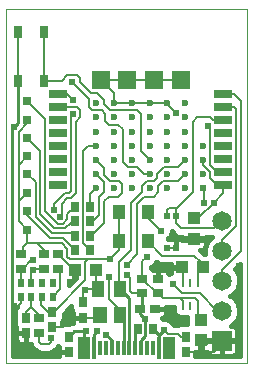
<source format=gtl>
G75*
%MOIN*%
%OFA0B0*%
%FSLAX25Y25*%
%IPPOS*%
%LPD*%
%AMOC8*
5,1,8,0,0,1.08239X$1,22.5*
%
%ADD10C,0.00000*%
%ADD11R,0.04252X0.04134*%
%ADD12R,0.03642X0.02913*%
%ADD13R,0.02913X0.03642*%
%ADD14R,0.04134X0.04252*%
%ADD15R,0.04331X0.07480*%
%ADD16R,0.01181X0.07480*%
%ADD17R,0.01181X0.05118*%
%ADD18R,0.06500X0.06500*%
%ADD19C,0.06500*%
%ADD20R,0.03937X0.05669*%
%ADD21R,0.04724X0.05669*%
%ADD22R,0.03937X0.04724*%
%ADD23R,0.03150X0.03150*%
%ADD24R,0.02756X0.03543*%
%ADD25R,0.03543X0.02756*%
%ADD26R,0.02559X0.04134*%
%ADD27R,0.02165X0.02165*%
%ADD28R,0.05906X0.02756*%
%ADD29C,0.02362*%
%ADD30R,0.02362X0.02362*%
%ADD31R,0.05906X0.05906*%
%ADD32R,0.00984X0.02559*%
%ADD33R,0.01969X0.03150*%
%ADD34C,0.02381*%
%ADD35C,0.00800*%
%ADD36C,0.01600*%
%ADD37C,0.01000*%
D10*
X0041335Y0037870D02*
X0041335Y0155980D01*
X0121650Y0155980D01*
X0121650Y0037870D01*
X0041335Y0037870D01*
D11*
X0103934Y0079307D03*
X0103934Y0086197D03*
X0106296Y0052339D03*
X0106296Y0045449D03*
D12*
X0091926Y0061098D03*
X0091926Y0065823D03*
X0086808Y0065823D03*
X0086808Y0061098D03*
X0086020Y0055980D03*
X0091138Y0055980D03*
D13*
X0101178Y0046728D03*
X0101178Y0041610D03*
X0066926Y0053028D03*
X0066926Y0058146D03*
X0056690Y0054996D03*
X0056690Y0049878D03*
X0062201Y0046728D03*
X0062201Y0041610D03*
X0048028Y0047909D03*
X0048028Y0053028D03*
D14*
X0064268Y0068972D03*
X0071158Y0068972D03*
X0100095Y0069760D03*
X0106985Y0069760D03*
D15*
X0095823Y0042791D03*
X0067162Y0042791D03*
D16*
X0070666Y0042791D03*
X0092320Y0042791D03*
D17*
X0090351Y0042791D03*
X0088383Y0042791D03*
X0086414Y0042791D03*
X0084446Y0042791D03*
X0082477Y0042791D03*
X0080509Y0042791D03*
X0078540Y0042791D03*
X0076572Y0042791D03*
X0074603Y0042791D03*
X0072635Y0042791D03*
D18*
X0113383Y0045350D03*
D19*
X0113383Y0055350D03*
X0113383Y0065350D03*
X0113383Y0075350D03*
X0113383Y0085350D03*
D20*
X0079327Y0062673D03*
X0071847Y0062673D03*
X0079327Y0054012D03*
D21*
X0072635Y0054012D03*
D22*
X0079131Y0078421D03*
X0088579Y0078421D03*
X0088579Y0088264D03*
X0079131Y0088264D03*
D23*
X0048422Y0088657D03*
X0048422Y0082358D03*
X0048422Y0094563D03*
X0048422Y0100862D03*
X0048422Y0106768D03*
X0048422Y0113067D03*
X0048422Y0118972D03*
X0048422Y0125272D03*
D24*
X0064367Y0089839D03*
X0064367Y0085114D03*
X0064367Y0080390D03*
X0064367Y0075665D03*
X0069485Y0075665D03*
X0069485Y0080390D03*
X0069485Y0085114D03*
X0069485Y0089839D03*
X0085233Y0049287D03*
X0090351Y0049287D03*
D25*
X0058658Y0069169D03*
X0053934Y0069169D03*
X0053934Y0074287D03*
X0058658Y0074287D03*
X0046453Y0074287D03*
X0046453Y0069169D03*
X0052359Y0053028D03*
X0052359Y0047909D03*
D26*
X0053835Y0132063D03*
X0045371Y0132063D03*
X0045371Y0148402D03*
X0053835Y0148402D03*
D27*
X0094977Y0086787D03*
X0097930Y0086787D03*
X0097930Y0076354D03*
X0094977Y0076354D03*
D28*
X0113776Y0097319D03*
X0113776Y0101650D03*
X0113776Y0105980D03*
X0113776Y0110311D03*
X0113776Y0114642D03*
X0113776Y0118972D03*
X0113776Y0123303D03*
X0113776Y0127634D03*
X0058658Y0127634D03*
X0058658Y0123303D03*
X0058658Y0118972D03*
X0058658Y0114642D03*
X0058658Y0110311D03*
X0058658Y0105980D03*
X0058658Y0101650D03*
X0058658Y0097319D03*
D29*
X0071453Y0096138D03*
X0071453Y0100862D03*
X0071453Y0105587D03*
X0071453Y0110311D03*
X0071453Y0115035D03*
X0071453Y0119760D03*
X0071453Y0124484D03*
X0077359Y0124484D03*
X0077359Y0119760D03*
X0077359Y0115035D03*
X0077359Y0110311D03*
X0077359Y0105587D03*
X0077359Y0100862D03*
X0077359Y0096138D03*
X0083264Y0096138D03*
X0083264Y0100862D03*
X0083264Y0105587D03*
X0083264Y0110311D03*
X0083264Y0115035D03*
X0083264Y0119760D03*
X0083264Y0124484D03*
X0089170Y0124484D03*
X0089170Y0119760D03*
X0089170Y0115035D03*
X0089170Y0110311D03*
X0089170Y0105587D03*
X0089170Y0100862D03*
X0089170Y0096138D03*
X0095075Y0096138D03*
X0095075Y0100862D03*
X0095075Y0105587D03*
X0095075Y0110311D03*
X0095075Y0115035D03*
X0095075Y0119760D03*
X0095075Y0124484D03*
X0100981Y0124484D03*
X0100981Y0119760D03*
X0100981Y0115035D03*
X0100981Y0110311D03*
X0100981Y0105587D03*
X0100981Y0100862D03*
X0100981Y0096138D03*
X0106886Y0100862D03*
X0106886Y0105587D03*
X0106886Y0110311D03*
D30*
X0106886Y0096138D03*
D31*
X0099505Y0132358D03*
X0090646Y0132358D03*
X0081788Y0132358D03*
X0072930Y0132358D03*
D32*
X0100194Y0064543D03*
X0102753Y0064543D03*
X0105312Y0064543D03*
X0105312Y0056866D03*
X0102753Y0056866D03*
X0100194Y0056866D03*
D33*
X0056886Y0059917D03*
X0053343Y0059917D03*
X0049800Y0059917D03*
X0046257Y0059917D03*
X0046257Y0064642D03*
X0049800Y0064642D03*
X0053343Y0064642D03*
X0056886Y0064642D03*
D34*
X0062595Y0065035D03*
X0067713Y0062280D03*
X0075587Y0066610D03*
X0075981Y0072516D03*
X0081493Y0070547D03*
X0081493Y0067398D03*
X0088186Y0073303D03*
X0095666Y0070154D03*
X0096847Y0064248D03*
X0098422Y0053224D03*
X0094091Y0048894D03*
X0087792Y0052437D03*
X0074800Y0047319D03*
X0071650Y0048500D03*
X0068107Y0048500D03*
X0063383Y0052043D03*
X0056296Y0046138D03*
X0055509Y0041020D03*
X0044091Y0041020D03*
X0044091Y0048894D03*
X0044091Y0056768D03*
X0050390Y0068972D03*
X0050390Y0072122D03*
X0059446Y0086689D03*
X0057477Y0089051D03*
X0044091Y0116610D03*
X0063776Y0120941D03*
X0063776Y0125665D03*
X0063383Y0131571D03*
X0098028Y0121335D03*
X0108658Y0117004D03*
X0107477Y0091413D03*
X0110627Y0091413D03*
X0108264Y0079209D03*
X0118894Y0070154D03*
X0118894Y0060311D03*
X0118894Y0050075D03*
X0118894Y0041020D03*
X0092910Y0081965D03*
D35*
X0088579Y0086295D01*
X0088579Y0088264D01*
X0085036Y0091020D02*
X0087398Y0093382D01*
X0090548Y0093382D01*
X0092123Y0094957D01*
X0092123Y0096925D01*
X0093698Y0098500D01*
X0098619Y0098500D01*
X0100981Y0100862D01*
X0098619Y0103224D02*
X0094091Y0103224D01*
X0091729Y0100862D01*
X0091729Y0099681D01*
X0090548Y0098500D01*
X0088186Y0098500D01*
X0086611Y0096925D01*
X0086611Y0094957D01*
X0083068Y0091413D01*
X0083068Y0075665D01*
X0079131Y0071728D01*
X0079131Y0063264D01*
X0079131Y0062870D01*
X0079327Y0062673D01*
X0079524Y0062870D01*
X0082674Y0061886D02*
X0083461Y0061098D01*
X0086808Y0061098D01*
X0091532Y0061098D02*
X0086808Y0065823D01*
X0086808Y0071925D01*
X0088186Y0073303D01*
X0085036Y0074091D02*
X0085036Y0091020D01*
X0079918Y0094563D02*
X0079918Y0097713D01*
X0079131Y0098500D01*
X0075981Y0098500D01*
X0074012Y0100469D01*
X0074012Y0103028D01*
X0071453Y0105587D01*
X0071453Y0110311D02*
X0068501Y0110311D01*
X0066926Y0108736D01*
X0066926Y0078028D01*
X0069288Y0075665D01*
X0069485Y0075665D01*
X0068501Y0072516D02*
X0075981Y0072516D01*
X0079131Y0075665D01*
X0079131Y0078421D01*
X0079131Y0088264D01*
X0078737Y0093382D02*
X0075587Y0093382D01*
X0074012Y0091807D01*
X0074012Y0084720D01*
X0069682Y0080390D01*
X0069485Y0080390D01*
X0069485Y0085114D02*
X0070469Y0085114D01*
X0072438Y0087083D01*
X0072438Y0093382D01*
X0074012Y0094957D01*
X0074012Y0098303D01*
X0071453Y0100862D01*
X0071453Y0096138D02*
X0069485Y0094169D01*
X0069485Y0089839D01*
X0064367Y0089839D02*
X0064170Y0089839D01*
X0061808Y0087476D01*
X0061808Y0085902D01*
X0060233Y0084327D01*
X0058658Y0084327D01*
X0054327Y0088657D01*
X0054327Y0119366D01*
X0048422Y0125272D01*
X0048422Y0118972D02*
X0048422Y0117791D01*
X0045666Y0115035D01*
X0045666Y0104012D01*
X0048422Y0106768D01*
X0045666Y0104012D02*
X0045666Y0091807D01*
X0048422Y0094563D01*
X0045666Y0091807D02*
X0045666Y0085114D01*
X0048422Y0082358D01*
X0048422Y0078028D01*
X0051572Y0078028D01*
X0059839Y0078028D01*
X0061808Y0076059D01*
X0061808Y0073303D01*
X0062595Y0072516D01*
X0068501Y0072516D01*
X0067713Y0071728D01*
X0067713Y0065429D01*
X0057280Y0054996D01*
X0056690Y0054996D01*
X0055312Y0054996D01*
X0053146Y0057161D01*
X0053146Y0059720D01*
X0053343Y0059917D01*
X0049800Y0059917D02*
X0049800Y0056571D01*
X0048028Y0054799D01*
X0048028Y0053028D01*
X0049800Y0056571D02*
X0052359Y0054012D01*
X0052359Y0053028D01*
X0052359Y0047909D02*
X0052359Y0044957D01*
X0053146Y0044169D01*
X0055509Y0044169D01*
X0056296Y0044957D01*
X0056296Y0046138D01*
X0056690Y0049878D02*
X0060430Y0049878D01*
X0063383Y0052043D01*
X0066926Y0053028D02*
X0071650Y0053028D01*
X0072635Y0054012D01*
X0075587Y0059327D02*
X0079327Y0055587D01*
X0079327Y0054012D01*
X0075587Y0059327D02*
X0075587Y0066610D01*
X0071158Y0068972D02*
X0071158Y0063362D01*
X0071847Y0062673D01*
X0068107Y0062673D01*
X0067713Y0062280D01*
X0066926Y0061492D01*
X0066926Y0058146D01*
X0071453Y0062280D02*
X0071847Y0062673D01*
X0064268Y0066709D02*
X0064268Y0068972D01*
X0063973Y0068972D01*
X0058658Y0074287D01*
X0053934Y0074287D02*
X0053934Y0075665D01*
X0051572Y0078028D01*
X0048422Y0078028D02*
X0046847Y0076453D01*
X0046847Y0074681D01*
X0046453Y0074287D01*
X0049603Y0072122D02*
X0046847Y0069366D01*
X0046453Y0069169D01*
X0046453Y0064839D01*
X0046257Y0064642D01*
X0049800Y0064642D02*
X0049800Y0068382D01*
X0050390Y0068972D01*
X0050587Y0069169D01*
X0053934Y0069169D01*
X0050390Y0072122D02*
X0049603Y0072122D01*
X0055902Y0079602D02*
X0048422Y0087083D01*
X0048422Y0088657D01*
X0051178Y0086689D02*
X0056690Y0081177D01*
X0063579Y0081177D01*
X0064367Y0080390D01*
X0061020Y0082752D02*
X0062989Y0084720D01*
X0064367Y0085114D01*
X0061020Y0082752D02*
X0057477Y0082752D01*
X0052753Y0087476D01*
X0052753Y0108736D01*
X0048422Y0113067D01*
X0058658Y0123303D02*
X0064957Y0123303D01*
X0066138Y0122122D01*
X0066138Y0119760D01*
X0064564Y0118185D01*
X0064564Y0094563D01*
X0062989Y0092988D01*
X0061808Y0092988D01*
X0059839Y0091020D01*
X0059839Y0087083D01*
X0059446Y0086689D01*
X0057477Y0089051D02*
X0057477Y0091020D01*
X0061020Y0094563D01*
X0062201Y0094563D01*
X0062989Y0095350D01*
X0062989Y0120154D01*
X0063776Y0120941D01*
X0063776Y0125665D02*
X0061808Y0127634D01*
X0058658Y0127634D01*
X0059938Y0132063D02*
X0061808Y0133933D01*
X0064957Y0133933D01*
X0066138Y0132752D01*
X0066138Y0131571D01*
X0069682Y0128028D01*
X0071650Y0128028D01*
X0074012Y0125665D01*
X0074012Y0124091D01*
X0075981Y0122122D01*
X0085036Y0122122D01*
X0086217Y0120941D01*
X0086217Y0108539D01*
X0089170Y0105587D01*
X0085036Y0103224D02*
X0081886Y0103224D01*
X0080312Y0104799D01*
X0080312Y0115823D01*
X0078737Y0117398D01*
X0075587Y0117398D01*
X0074406Y0118579D01*
X0074406Y0120941D01*
X0073225Y0122122D01*
X0070075Y0122122D01*
X0068894Y0123303D01*
X0068894Y0126059D01*
X0063383Y0131571D01*
X0059938Y0132063D02*
X0053835Y0132063D01*
X0053835Y0148402D01*
X0045371Y0148402D02*
X0045371Y0132063D01*
X0072930Y0132358D02*
X0077359Y0127929D01*
X0077359Y0124484D01*
X0083264Y0124484D01*
X0089170Y0124484D01*
X0095075Y0124484D01*
X0095075Y0124287D01*
X0098028Y0121335D01*
X0103540Y0118185D02*
X0105115Y0119760D01*
X0109446Y0119760D01*
X0110233Y0118972D01*
X0113776Y0118972D01*
X0113776Y0123303D02*
X0117320Y0123303D01*
X0118107Y0122516D01*
X0118107Y0083539D01*
X0113383Y0078815D01*
X0113383Y0075350D01*
X0119682Y0075272D02*
X0113383Y0068972D01*
X0113383Y0065350D01*
X0106985Y0069760D02*
X0106198Y0071433D01*
X0103934Y0073697D01*
X0093304Y0073697D01*
X0088579Y0078421D01*
X0085036Y0074091D02*
X0081493Y0070547D01*
X0081493Y0067398D02*
X0082674Y0066217D01*
X0082674Y0061886D01*
X0091532Y0061098D02*
X0091926Y0061098D01*
X0093501Y0059524D01*
X0099209Y0059524D01*
X0104327Y0059524D01*
X0105312Y0058539D01*
X0105312Y0056866D01*
X0105312Y0053323D01*
X0106296Y0052339D01*
X0106001Y0052043D01*
X0111650Y0055350D02*
X0105902Y0061098D01*
X0099997Y0061098D01*
X0096847Y0064248D01*
X0100194Y0064543D02*
X0100194Y0069661D01*
X0100095Y0069760D01*
X0105312Y0069268D02*
X0105312Y0064543D01*
X0105312Y0069268D02*
X0106985Y0069760D01*
X0097930Y0076354D02*
X0094977Y0076354D01*
X0099603Y0082752D02*
X0097930Y0084425D01*
X0097930Y0086787D01*
X0097930Y0089346D01*
X0097831Y0089445D01*
X0095666Y0089445D01*
X0094977Y0088756D01*
X0094977Y0086787D01*
X0097930Y0089346D02*
X0103540Y0094957D01*
X0103540Y0118185D01*
X0108658Y0117004D02*
X0109446Y0116217D01*
X0109446Y0104012D01*
X0111808Y0101650D01*
X0113776Y0101650D01*
X0109446Y0101650D02*
X0109446Y0099681D01*
X0111808Y0097319D01*
X0113776Y0097319D01*
X0113776Y0094563D01*
X0110627Y0091413D01*
X0105804Y0086591D01*
X0104327Y0086591D01*
X0103934Y0086197D01*
X0099603Y0082752D02*
X0110784Y0082752D01*
X0113383Y0085350D01*
X0107477Y0091413D02*
X0107477Y0095547D01*
X0106886Y0096138D01*
X0109446Y0101650D02*
X0107083Y0104012D01*
X0107083Y0105390D01*
X0106886Y0105587D01*
X0100981Y0105587D02*
X0098619Y0103224D01*
X0089170Y0100862D02*
X0087398Y0100862D01*
X0085036Y0103224D01*
X0079918Y0094563D02*
X0078737Y0093382D01*
X0064367Y0075665D02*
X0060430Y0079602D01*
X0055902Y0079602D01*
X0051178Y0086689D02*
X0051178Y0098106D01*
X0048422Y0100862D01*
X0058658Y0069169D02*
X0059446Y0068382D01*
X0059446Y0062476D01*
X0056886Y0059917D01*
X0062595Y0065035D02*
X0064268Y0066709D01*
X0046453Y0059720D02*
X0046453Y0057949D01*
X0045272Y0056768D01*
X0044091Y0056768D01*
X0046453Y0059720D02*
X0046257Y0059917D01*
X0094091Y0048894D02*
X0095272Y0047713D01*
X0098816Y0047713D01*
X0099800Y0046728D01*
X0101178Y0046728D01*
X0101178Y0041610D02*
X0110823Y0041610D01*
X0113383Y0045350D01*
X0107575Y0044169D01*
X0106296Y0045449D01*
X0111650Y0055350D02*
X0113383Y0055350D01*
X0100194Y0056866D02*
X0100194Y0058539D01*
X0099209Y0059524D01*
X0119682Y0075272D02*
X0119682Y0125272D01*
X0117320Y0127634D01*
X0113776Y0127634D01*
X0099505Y0132358D02*
X0090646Y0132358D01*
X0081788Y0132358D01*
X0072930Y0132358D01*
D36*
X0096501Y0081895D02*
X0098017Y0080378D01*
X0099046Y0079952D01*
X0100008Y0079952D01*
X0100008Y0079541D01*
X0103700Y0079541D01*
X0103700Y0079074D01*
X0100008Y0079074D01*
X0100008Y0078941D01*
X0099707Y0079114D01*
X0099249Y0079237D01*
X0097930Y0079237D01*
X0097930Y0076497D01*
X0097930Y0076497D01*
X0097930Y0079237D01*
X0096610Y0079237D01*
X0096453Y0079195D01*
X0096297Y0079237D01*
X0095260Y0079237D01*
X0095954Y0079931D01*
X0096501Y0081250D01*
X0096501Y0081895D01*
X0096409Y0081030D02*
X0097365Y0081030D01*
X0095455Y0079431D02*
X0103700Y0079431D01*
X0104167Y0079431D02*
X0109473Y0079431D01*
X0109994Y0079952D02*
X0108593Y0078551D01*
X0107733Y0076474D01*
X0107733Y0074286D01*
X0107305Y0074286D01*
X0106307Y0075283D01*
X0106150Y0075440D01*
X0106297Y0075440D01*
X0106754Y0075563D01*
X0107165Y0075800D01*
X0107500Y0076135D01*
X0107737Y0076545D01*
X0107860Y0077003D01*
X0107860Y0079074D01*
X0104167Y0079074D01*
X0104167Y0079541D01*
X0107860Y0079541D01*
X0107860Y0079952D01*
X0109994Y0079952D01*
X0108295Y0077833D02*
X0107860Y0077833D01*
X0107733Y0076234D02*
X0107557Y0076234D01*
X0106307Y0075283D02*
X0106307Y0075283D01*
X0106955Y0074636D02*
X0107733Y0074636D01*
X0099862Y0069993D02*
X0099862Y0069526D01*
X0096228Y0069526D01*
X0096228Y0067839D01*
X0096133Y0067839D01*
X0095528Y0067588D01*
X0095424Y0067974D01*
X0095187Y0068385D01*
X0094852Y0068720D01*
X0094441Y0068957D01*
X0093984Y0069080D01*
X0091926Y0069080D01*
X0091926Y0065823D01*
X0091926Y0065823D01*
X0091926Y0069080D01*
X0090223Y0069080D01*
X0089988Y0069314D01*
X0089608Y0069472D01*
X0089608Y0070006D01*
X0090220Y0070259D01*
X0091230Y0071269D01*
X0091388Y0071653D01*
X0091718Y0071323D01*
X0092747Y0070897D01*
X0096228Y0070897D01*
X0096228Y0069993D01*
X0099862Y0069993D01*
X0099862Y0069840D02*
X0089608Y0069840D01*
X0091300Y0071439D02*
X0091602Y0071439D01*
X0091926Y0068242D02*
X0091926Y0068242D01*
X0091926Y0066643D02*
X0091926Y0066643D01*
X0095270Y0068242D02*
X0096228Y0068242D01*
X0097930Y0077833D02*
X0097930Y0077833D01*
X0116076Y0060350D02*
X0116583Y0060561D01*
X0118172Y0062150D01*
X0119033Y0064227D01*
X0119033Y0066474D01*
X0118172Y0068551D01*
X0117547Y0069177D01*
X0119250Y0070880D01*
X0119250Y0040270D01*
X0104434Y0040270D01*
X0104434Y0041582D01*
X0106062Y0041582D01*
X0106062Y0045215D01*
X0106529Y0045215D01*
X0106529Y0041582D01*
X0108408Y0041582D01*
X0108455Y0041406D01*
X0108692Y0040995D01*
X0109027Y0040660D01*
X0109438Y0040423D01*
X0109896Y0040300D01*
X0113308Y0040300D01*
X0113308Y0045275D01*
X0113458Y0045275D01*
X0113458Y0045425D01*
X0118433Y0045425D01*
X0118433Y0048837D01*
X0118310Y0049295D01*
X0118073Y0049706D01*
X0117738Y0050041D01*
X0117327Y0050278D01*
X0116870Y0050400D01*
X0116196Y0050400D01*
X0116583Y0050561D01*
X0118172Y0052150D01*
X0119033Y0054227D01*
X0119033Y0056474D01*
X0118172Y0058551D01*
X0116583Y0060140D01*
X0116076Y0060350D01*
X0116320Y0060249D02*
X0119250Y0060249D01*
X0119250Y0058651D02*
X0118072Y0058651D01*
X0118793Y0057052D02*
X0119250Y0057052D01*
X0119250Y0055454D02*
X0119033Y0055454D01*
X0118879Y0053855D02*
X0119250Y0053855D01*
X0119250Y0052257D02*
X0118217Y0052257D01*
X0119250Y0050658D02*
X0116681Y0050658D01*
X0118373Y0049060D02*
X0119250Y0049060D01*
X0119250Y0047461D02*
X0118433Y0047461D01*
X0118433Y0045863D02*
X0119250Y0045863D01*
X0118433Y0045275D02*
X0113458Y0045275D01*
X0113458Y0040300D01*
X0116870Y0040300D01*
X0117327Y0040423D01*
X0117738Y0040660D01*
X0118073Y0040995D01*
X0118310Y0041406D01*
X0118433Y0041863D01*
X0118433Y0045275D01*
X0118433Y0044264D02*
X0119250Y0044264D01*
X0119250Y0042666D02*
X0118433Y0042666D01*
X0118114Y0041067D02*
X0119250Y0041067D01*
X0113458Y0041067D02*
X0113308Y0041067D01*
X0113308Y0042666D02*
X0113458Y0042666D01*
X0113458Y0044264D02*
X0113308Y0044264D01*
X0113307Y0045275D02*
X0108333Y0045275D01*
X0108333Y0045215D01*
X0106529Y0045215D01*
X0106529Y0045682D01*
X0108333Y0045682D01*
X0108333Y0045425D01*
X0113307Y0045425D01*
X0113307Y0045275D01*
X0108651Y0041067D02*
X0104434Y0041067D01*
X0106062Y0042666D02*
X0106529Y0042666D01*
X0106529Y0044264D02*
X0106062Y0044264D01*
X0101770Y0050949D02*
X0099244Y0050949D01*
X0098362Y0050584D01*
X0098290Y0050513D01*
X0097307Y0050513D01*
X0097135Y0050928D01*
X0096125Y0051938D01*
X0094805Y0052484D01*
X0093698Y0052484D01*
X0093403Y0052779D01*
X0093654Y0052846D01*
X0094065Y0053083D01*
X0094400Y0053418D01*
X0094637Y0053829D01*
X0094759Y0054287D01*
X0094759Y0055980D01*
X0091139Y0055980D01*
X0091139Y0055980D01*
X0094759Y0055980D01*
X0094759Y0056724D01*
X0097301Y0056724D01*
X0097301Y0055109D01*
X0097667Y0054227D01*
X0098342Y0053552D01*
X0099224Y0053187D01*
X0101163Y0053187D01*
X0101473Y0053315D01*
X0101770Y0053192D01*
X0101770Y0050949D01*
X0101770Y0052257D02*
X0095355Y0052257D01*
X0094644Y0053855D02*
X0098039Y0053855D01*
X0097301Y0055454D02*
X0094759Y0055454D01*
X0097247Y0050658D02*
X0098541Y0050658D01*
X0117870Y0061848D02*
X0119250Y0061848D01*
X0119250Y0063446D02*
X0118709Y0063446D01*
X0119033Y0065045D02*
X0119250Y0065045D01*
X0119250Y0066643D02*
X0118963Y0066643D01*
X0119250Y0068242D02*
X0118300Y0068242D01*
X0118210Y0069840D02*
X0119250Y0069840D01*
X0066926Y0053028D02*
X0066926Y0053027D01*
X0063669Y0053027D01*
X0063669Y0051400D01*
X0063396Y0051400D01*
X0062330Y0050958D01*
X0062321Y0050949D01*
X0060267Y0050949D01*
X0059946Y0050816D01*
X0059946Y0051581D01*
X0060181Y0051816D01*
X0060546Y0052698D01*
X0060546Y0054302D01*
X0063069Y0056825D01*
X0063069Y0055847D01*
X0063435Y0054965D01*
X0063669Y0054731D01*
X0063669Y0053028D01*
X0066926Y0053028D01*
X0063669Y0052257D02*
X0060364Y0052257D01*
X0060546Y0053855D02*
X0063669Y0053855D01*
X0063232Y0055454D02*
X0061698Y0055454D01*
X0062246Y0063921D02*
X0062246Y0065046D01*
X0063371Y0065046D01*
X0062246Y0063921D01*
X0062246Y0065045D02*
X0063369Y0065045D01*
X0064035Y0065711D02*
X0064035Y0068739D01*
X0064502Y0068739D01*
X0064502Y0066178D01*
X0064035Y0065711D01*
X0064035Y0066643D02*
X0064502Y0066643D01*
X0064502Y0068242D02*
X0064035Y0068242D01*
X0064035Y0068739D02*
X0062830Y0068739D01*
X0062830Y0069206D01*
X0064035Y0069206D01*
X0064035Y0068739D01*
X0044906Y0056577D02*
X0044537Y0056208D01*
X0044172Y0055326D01*
X0044172Y0050729D01*
X0044537Y0049847D01*
X0044772Y0049613D01*
X0044772Y0047909D01*
X0044772Y0045852D01*
X0044894Y0045394D01*
X0045131Y0044983D01*
X0045466Y0044648D01*
X0045877Y0044411D01*
X0046335Y0044289D01*
X0048028Y0044289D01*
X0048028Y0047909D01*
X0048028Y0047909D01*
X0044772Y0047909D01*
X0048028Y0047909D01*
X0048028Y0047909D01*
X0048028Y0044289D01*
X0049605Y0044289D01*
X0049985Y0043371D01*
X0050773Y0042583D01*
X0051560Y0041796D01*
X0052589Y0041369D01*
X0056065Y0041369D01*
X0057095Y0041796D01*
X0057882Y0042583D01*
X0058670Y0043371D01*
X0058714Y0043478D01*
X0058747Y0043511D01*
X0058945Y0043313D01*
X0058945Y0041610D01*
X0058945Y0040270D01*
X0043735Y0040270D01*
X0043735Y0057405D01*
X0043832Y0057237D01*
X0044167Y0056902D01*
X0044578Y0056665D01*
X0044906Y0056577D01*
X0044017Y0057052D02*
X0043735Y0057052D01*
X0043735Y0055454D02*
X0044224Y0055454D01*
X0044172Y0053855D02*
X0043735Y0053855D01*
X0043735Y0052257D02*
X0044172Y0052257D01*
X0044201Y0050658D02*
X0043735Y0050658D01*
X0043735Y0049060D02*
X0044772Y0049060D01*
X0044772Y0047461D02*
X0043735Y0047461D01*
X0043735Y0045863D02*
X0044772Y0045863D01*
X0043735Y0044264D02*
X0049615Y0044264D01*
X0050690Y0042666D02*
X0043735Y0042666D01*
X0043735Y0041067D02*
X0058945Y0041067D01*
X0058945Y0041610D02*
X0062201Y0041610D01*
X0062201Y0041610D01*
X0058945Y0041610D01*
X0058945Y0042666D02*
X0057965Y0042666D01*
X0048028Y0045863D02*
X0048028Y0045863D01*
X0048028Y0047461D02*
X0048028Y0047461D01*
D37*
X0044091Y0056768D02*
X0043304Y0057555D01*
X0043304Y0115823D01*
X0044091Y0116610D01*
X0045272Y0117791D01*
X0045272Y0131965D01*
X0045371Y0132063D01*
X0079131Y0063264D02*
X0079524Y0062870D01*
X0079327Y0062673D02*
X0082477Y0059524D01*
X0082477Y0042791D01*
X0080509Y0042791D02*
X0080509Y0052831D01*
X0079327Y0054012D01*
X0084446Y0048500D02*
X0085233Y0049287D01*
X0084446Y0048500D02*
X0084446Y0042791D01*
X0086414Y0042791D02*
X0086414Y0045547D01*
X0087792Y0046925D01*
X0087792Y0052437D01*
X0086020Y0054209D01*
X0086020Y0055980D01*
X0086808Y0056768D01*
X0086808Y0061098D01*
X0090351Y0049287D02*
X0092320Y0047122D01*
X0094091Y0048894D01*
X0092320Y0047122D02*
X0092320Y0042791D01*
X0076572Y0042791D02*
X0076572Y0045547D01*
X0074800Y0047319D01*
X0071650Y0048500D02*
X0070666Y0047516D01*
X0070666Y0042791D01*
X0067162Y0042791D02*
X0067162Y0047555D01*
X0068107Y0048500D01*
X0063973Y0048500D01*
X0062201Y0046728D01*
M02*

</source>
